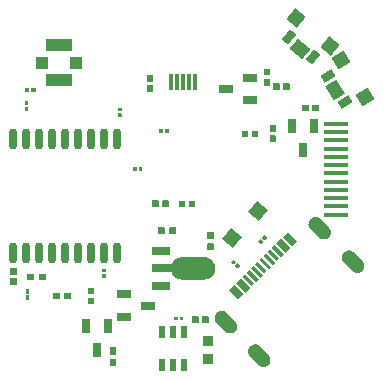
<source format=gbp>
G04 Layer: BottomPasteMaskLayer*
G04 EasyEDA v6.5.22, 2023-02-04 18:08:32*
G04 803b958340a141a7ad8343e076188523,c17a8ced473b4d519dda31697e0e54b6,10*
G04 Gerber Generator version 0.2*
G04 Scale: 100 percent, Rotated: No, Reflected: No *
G04 Dimensions in inches *
G04 leading zeros omitted , absolute positions ,3 integer and 6 decimal *
%FSLAX36Y36*%
%MOIN*%

%AMMACRO1*21,1,$1,$2,0,0,$3*%
%ADD10MACRO1,0.0118X0.0512X0.0000*%
%ADD11MACRO1,0.0276X0.0433X121.9970*%
%ADD12MACRO1,0.0276X0.0433X121.9992*%
%ADD13MACRO1,0.0551X0.0433X122.0006*%
%ADD14MACRO1,0.0453X0.0472X121.9995*%
%ADD15MACRO1,0.0453X0.0472X121.9999*%
%ADD16MACRO1,0.0276X0.0433X139.9988*%
%ADD17MACRO1,0.0276X0.0433X140.0001*%
%ADD18MACRO1,0.0551X0.0433X140.0002*%
%ADD19MACRO1,0.0453X0.0472X140.0005*%
%ADD20MACRO1,0.0866X0.0433X0.0000*%
%ADD21MACRO1,0.0413X0.0394X90.0000*%
%ADD22O,0.027559X0.069803*%
%ADD23MACRO1,0.0315X0.0315X0.0000*%
%ADD24MACRO1,0.0118X0.0787X-90.0000*%
%ADD25MACRO1,0.0492X0.0276X90.0000*%
%ADD26MACRO1,0.0394X0.0217X-90.0000*%
%ADD27MACRO1,0.0492X0.0276X0.0000*%
%ADD28MACRO1,0.0265X0.062X90.0000*%
%ADD29MACRO1,0.0472X0.0472X45.9991*%
%ADD30MACRO1,0.0472X0.0472X46.0008*%
%ADD31C,0.0101*%

%LPD*%
G36*
X357660Y-174720D02*
G01*
X349300Y-183060D01*
X379920Y-213680D01*
X388260Y-205340D01*
G37*
G36*
X343800Y-188580D02*
G01*
X335379Y-197000D01*
X366000Y-227620D01*
X374400Y-219200D01*
G37*
G36*
X329860Y-202520D02*
G01*
X321520Y-210859D01*
X352140Y-241480D01*
X360480Y-233140D01*
G37*
G36*
X315940Y-216439D02*
G01*
X307580Y-224780D01*
X338200Y-255400D01*
X346540Y-247060D01*
G37*
G36*
X302000Y-230380D02*
G01*
X293660Y-238720D01*
X324280Y-269340D01*
X332620Y-261000D01*
G37*
G36*
X288080Y-244300D02*
G01*
X279720Y-252640D01*
X310340Y-283260D01*
X318680Y-274920D01*
G37*
G36*
X274140Y-258240D02*
G01*
X265800Y-266580D01*
X296420Y-297200D01*
X304760Y-288860D01*
G37*
G36*
X260219Y-272160D02*
G01*
X251860Y-280500D01*
X282480Y-311120D01*
X290820Y-302780D01*
G37*
G36*
X402160Y-130140D02*
G01*
X385379Y-146920D01*
X416100Y-177620D01*
X432860Y-160859D01*
G37*
G36*
X379880Y-152420D02*
G01*
X363100Y-169180D01*
X393820Y-199899D01*
X410580Y-183120D01*
G37*
G36*
X246260Y-286020D02*
G01*
X229500Y-302800D01*
X260200Y-333500D01*
X276980Y-316740D01*
G37*
G36*
X224040Y-308260D02*
G01*
X207260Y-325040D01*
X237979Y-355740D01*
X254740Y-338980D01*
G37*
G36*
X293620Y-505360D02*
G01*
X290820Y-505500D01*
X288060Y-505959D01*
X286700Y-506300D01*
X284080Y-507239D01*
X281560Y-508480D01*
X279220Y-510000D01*
X277080Y-511800D01*
X275160Y-513840D01*
X273500Y-516079D01*
X272120Y-518500D01*
X271020Y-521079D01*
X270240Y-523760D01*
X269800Y-526520D01*
X269660Y-529320D01*
X269860Y-532100D01*
X270400Y-534860D01*
X270780Y-536200D01*
X271800Y-538800D01*
X273100Y-541280D01*
X274700Y-543560D01*
X276540Y-545660D01*
X305400Y-574460D01*
X307600Y-576160D01*
X310000Y-577600D01*
X312540Y-578760D01*
X315200Y-579600D01*
X317940Y-580120D01*
X320720Y-580320D01*
X323500Y-580200D01*
X326260Y-579740D01*
X328920Y-578960D01*
X331500Y-577860D01*
X333920Y-576480D01*
X336160Y-574820D01*
X338180Y-572900D01*
X339980Y-570760D01*
X341500Y-568440D01*
X342740Y-565940D01*
X343680Y-563300D01*
X344300Y-560580D01*
X344600Y-557820D01*
X344560Y-555020D01*
X344200Y-552260D01*
X343519Y-549560D01*
X342520Y-546960D01*
X341220Y-544480D01*
X339640Y-542200D01*
X337800Y-540100D01*
X308940Y-511300D01*
X306740Y-509580D01*
X304360Y-508120D01*
X301800Y-506960D01*
X299140Y-506100D01*
X296400Y-505580D01*
G37*
G36*
X182280Y-394080D02*
G01*
X179480Y-394219D01*
X178100Y-394400D01*
X175380Y-395020D01*
X172760Y-395959D01*
X170260Y-397200D01*
X167920Y-398720D01*
X165799Y-400520D01*
X163880Y-402540D01*
X162220Y-404780D01*
X160840Y-407200D01*
X159740Y-409760D01*
X158960Y-412440D01*
X158500Y-415200D01*
X158380Y-417980D01*
X158580Y-420760D01*
X159100Y-423500D01*
X159940Y-426160D01*
X161080Y-428700D01*
X162540Y-431079D01*
X164240Y-433280D01*
X193039Y-462140D01*
X195120Y-464000D01*
X197420Y-465600D01*
X199899Y-466900D01*
X202500Y-467920D01*
X205219Y-468600D01*
X207979Y-468980D01*
X210780Y-469020D01*
X213560Y-468720D01*
X216280Y-468100D01*
X217620Y-467680D01*
X220180Y-466580D01*
X222620Y-465200D01*
X224860Y-463540D01*
X226900Y-461620D01*
X228700Y-459480D01*
X230219Y-457120D01*
X231460Y-454620D01*
X232399Y-451980D01*
X233020Y-449260D01*
X233299Y-446480D01*
X233260Y-443680D01*
X232900Y-440920D01*
X232200Y-438200D01*
X231200Y-435600D01*
X229880Y-433140D01*
X228299Y-430840D01*
X226439Y-428740D01*
X198600Y-400900D01*
X196500Y-399060D01*
X194200Y-397480D01*
X191740Y-396180D01*
X189140Y-395180D01*
X186439Y-394500D01*
X183660Y-394140D01*
G37*
G36*
X606520Y-192460D02*
G01*
X603720Y-192600D01*
X600960Y-193060D01*
X598280Y-193820D01*
X595700Y-194920D01*
X593280Y-196300D01*
X591020Y-197960D01*
X589000Y-199880D01*
X587200Y-202040D01*
X585680Y-204380D01*
X584440Y-206880D01*
X583920Y-208180D01*
X583140Y-210859D01*
X582700Y-213619D01*
X582560Y-216420D01*
X582760Y-219200D01*
X583300Y-221940D01*
X583680Y-223299D01*
X584700Y-225900D01*
X586000Y-228380D01*
X587600Y-230660D01*
X589460Y-232760D01*
X618320Y-261560D01*
X620520Y-263260D01*
X622900Y-264700D01*
X625440Y-265860D01*
X628100Y-266700D01*
X630840Y-267220D01*
X633620Y-267420D01*
X635020Y-267400D01*
X637780Y-267100D01*
X639160Y-266840D01*
X641840Y-266060D01*
X644400Y-264960D01*
X646820Y-263580D01*
X649060Y-261920D01*
X651080Y-260000D01*
X652880Y-257860D01*
X654400Y-255539D01*
X655639Y-253039D01*
X656580Y-250400D01*
X657200Y-247680D01*
X657500Y-244920D01*
X657460Y-242120D01*
X657099Y-239360D01*
X656420Y-236660D01*
X655420Y-234060D01*
X654120Y-231580D01*
X652540Y-229280D01*
X650699Y-227200D01*
X621840Y-198400D01*
X619640Y-196680D01*
X617260Y-195219D01*
X614700Y-194060D01*
X612040Y-193200D01*
X609300Y-192680D01*
X607920Y-192520D01*
G37*
G36*
X495180Y-81180D02*
G01*
X493780Y-81199D01*
X491000Y-81500D01*
X489640Y-81760D01*
X486960Y-82540D01*
X484400Y-83640D01*
X481980Y-85020D01*
X479739Y-86679D01*
X477700Y-88600D01*
X475920Y-90740D01*
X474400Y-93059D01*
X473160Y-95559D01*
X472640Y-96860D01*
X471860Y-99540D01*
X471400Y-102300D01*
X471280Y-105079D01*
X471480Y-107860D01*
X472000Y-110600D01*
X472840Y-113260D01*
X474000Y-115800D01*
X475439Y-118180D01*
X477140Y-120380D01*
X505940Y-149240D01*
X508020Y-151100D01*
X510319Y-152700D01*
X512800Y-154000D01*
X515400Y-155000D01*
X516740Y-155400D01*
X519500Y-155920D01*
X520880Y-156080D01*
X523680Y-156120D01*
X526460Y-155820D01*
X529180Y-155200D01*
X530520Y-154780D01*
X533100Y-153680D01*
X535520Y-152300D01*
X537760Y-150640D01*
X539800Y-148720D01*
X541600Y-146560D01*
X543120Y-144220D01*
X544360Y-141720D01*
X545300Y-139080D01*
X545920Y-136360D01*
X546200Y-133580D01*
X546160Y-130780D01*
X545800Y-128020D01*
X545100Y-125300D01*
X544100Y-122700D01*
X542780Y-120239D01*
X541200Y-117940D01*
X539340Y-115840D01*
X510480Y-87040D01*
X508280Y-85340D01*
X505900Y-83900D01*
X503360Y-82739D01*
X500700Y-81900D01*
X497960Y-81380D01*
G37*
G36*
X135340Y-130100D02*
G01*
X133380Y-132060D01*
X133380Y-150960D01*
X135340Y-153720D01*
X153060Y-153720D01*
X155020Y-150960D01*
X155020Y-132060D01*
X153060Y-130100D01*
G37*
G36*
X135340Y-167880D02*
G01*
X133380Y-170640D01*
X133380Y-189540D01*
X135340Y-191500D01*
X153060Y-191500D01*
X155020Y-189540D01*
X155020Y-170640D01*
X153060Y-167880D01*
G37*
G36*
X-112120Y85700D02*
G01*
X-113059Y84760D01*
X-113059Y73900D01*
X-112120Y72960D01*
X-101720Y72960D01*
X-100760Y73900D01*
X-100760Y84760D01*
X-101720Y85700D01*
G37*
G36*
X-93440Y85700D02*
G01*
X-94400Y84760D01*
X-94400Y73900D01*
X-93440Y72960D01*
X-83040Y72960D01*
X-82100Y73900D01*
X-82100Y84760D01*
X-83040Y85700D01*
G37*
G36*
X342960Y225400D02*
G01*
X341400Y223820D01*
X341400Y204120D01*
X342960Y202540D01*
X361079Y202540D01*
X362660Y204120D01*
X362660Y223820D01*
X361079Y225400D01*
G37*
G36*
X342960Y191920D02*
G01*
X341400Y190340D01*
X341400Y170620D01*
X342960Y169060D01*
X361079Y169060D01*
X362660Y170620D01*
X362660Y190340D01*
X361079Y191920D01*
G37*
G36*
X283420Y206460D02*
G01*
X281840Y204880D01*
X281840Y186780D01*
X283420Y185200D01*
X303120Y185200D01*
X304700Y186780D01*
X304700Y204880D01*
X303120Y206460D01*
G37*
G36*
X249920Y206460D02*
G01*
X248340Y204880D01*
X248340Y186780D01*
X249920Y185200D01*
X269620Y185200D01*
X271200Y186780D01*
X271200Y204880D01*
X269620Y206460D01*
G37*
G36*
X451220Y292660D02*
G01*
X449640Y291080D01*
X449640Y272980D01*
X451220Y271400D01*
X470920Y271400D01*
X472500Y272980D01*
X472500Y291080D01*
X470920Y292660D01*
G37*
G36*
X484720Y292660D02*
G01*
X483140Y291080D01*
X483140Y272980D01*
X484720Y271400D01*
X504420Y271400D01*
X506000Y272980D01*
X506000Y291080D01*
X504420Y292660D01*
G37*
G36*
X-163420Y282800D02*
G01*
X-164360Y281860D01*
X-164360Y271460D01*
X-163420Y270520D01*
X-152540Y270520D01*
X-151600Y271460D01*
X-151600Y281860D01*
X-152540Y282800D01*
G37*
G36*
X-163420Y264140D02*
G01*
X-164360Y263200D01*
X-164360Y252800D01*
X-163420Y251860D01*
X-152540Y251860D01*
X-151600Y252800D01*
X-151600Y263200D01*
X-152540Y264140D01*
G37*
G36*
X-66040Y359520D02*
G01*
X-67600Y357939D01*
X-67600Y338220D01*
X-66040Y336659D01*
X-47920Y336659D01*
X-46360Y338220D01*
X-46360Y357939D01*
X-47920Y359520D01*
G37*
G36*
X-66040Y393000D02*
G01*
X-67600Y391420D01*
X-67600Y371719D01*
X-66040Y370140D01*
X-47920Y370140D01*
X-46360Y371719D01*
X-46360Y391420D01*
X-47920Y393000D01*
G37*
G36*
X-24620Y213100D02*
G01*
X-25560Y212160D01*
X-25560Y201300D01*
X-24620Y200360D01*
X-14220Y200360D01*
X-13260Y201300D01*
X-13260Y212160D01*
X-14220Y213100D01*
G37*
G36*
X-5940Y213100D02*
G01*
X-6899Y212160D01*
X-6899Y201300D01*
X-5940Y200360D01*
X4460Y200360D01*
X5400Y201300D01*
X5400Y212160D01*
X4460Y213100D01*
G37*
G36*
X323560Y413400D02*
G01*
X321980Y411820D01*
X321980Y392120D01*
X323560Y390540D01*
X341680Y390540D01*
X343240Y392120D01*
X343240Y411820D01*
X341680Y413400D01*
G37*
G36*
X323560Y379920D02*
G01*
X321980Y378340D01*
X321980Y358620D01*
X323560Y357060D01*
X341680Y357060D01*
X343240Y358620D01*
X343240Y378340D01*
X341680Y379920D01*
G37*
G36*
X-48660Y-26220D02*
G01*
X-50220Y-27799D01*
X-50220Y-45900D01*
X-48660Y-47480D01*
X-28940Y-47480D01*
X-27360Y-45900D01*
X-27360Y-27799D01*
X-28940Y-26220D01*
G37*
G36*
X-15160Y-26220D02*
G01*
X-16740Y-27799D01*
X-16740Y-45900D01*
X-15160Y-47480D01*
X4540Y-47480D01*
X6120Y-45900D01*
X6120Y-27799D01*
X4540Y-26220D01*
G37*
G36*
X83900Y-412280D02*
G01*
X82320Y-413840D01*
X82320Y-431960D01*
X83900Y-433540D01*
X103600Y-433540D01*
X105180Y-431960D01*
X105180Y-413840D01*
X103600Y-412280D01*
G37*
G36*
X117400Y-412280D02*
G01*
X115820Y-413840D01*
X115820Y-431960D01*
X117400Y-433540D01*
X137100Y-433540D01*
X138680Y-431960D01*
X138680Y-413840D01*
X137100Y-412280D01*
G37*
G36*
X354500Y364219D02*
G01*
X352920Y362660D01*
X352920Y344540D01*
X354500Y342960D01*
X374219Y342960D01*
X375780Y344540D01*
X375780Y362660D01*
X374219Y364219D01*
G37*
G36*
X387980Y364219D02*
G01*
X386420Y362660D01*
X386420Y344540D01*
X387980Y342960D01*
X407700Y342960D01*
X409280Y344540D01*
X409280Y362660D01*
X407700Y364219D01*
G37*
G36*
X-520460Y-251119D02*
G01*
X-522020Y-252700D01*
X-522020Y-272400D01*
X-520460Y-273980D01*
X-502340Y-273980D01*
X-500780Y-272400D01*
X-500780Y-252700D01*
X-502340Y-251119D01*
G37*
G36*
X-520460Y-284620D02*
G01*
X-522020Y-286200D01*
X-522020Y-305900D01*
X-520460Y-307480D01*
X-502340Y-307480D01*
X-500780Y-305900D01*
X-500780Y-286200D01*
X-502340Y-284620D01*
G37*
G36*
X-470540Y-321659D02*
G01*
X-471480Y-322600D01*
X-471480Y-335560D01*
X-470540Y-336520D01*
X-459660Y-336520D01*
X-458720Y-335560D01*
X-458720Y-322600D01*
X-459660Y-321659D01*
G37*
G36*
X-470540Y-342879D02*
G01*
X-471480Y-343840D01*
X-471480Y-356800D01*
X-470540Y-357740D01*
X-459660Y-357740D01*
X-458720Y-356800D01*
X-458720Y-343840D01*
X-459660Y-342879D01*
G37*
G36*
X-452260Y348579D02*
G01*
X-453220Y347640D01*
X-453220Y336760D01*
X-452260Y335820D01*
X-439300Y335820D01*
X-438360Y336760D01*
X-438360Y347640D01*
X-439300Y348579D01*
G37*
G36*
X-473500Y348579D02*
G01*
X-474440Y347640D01*
X-474440Y336760D01*
X-473500Y335820D01*
X-460540Y335820D01*
X-459580Y336760D01*
X-459580Y347640D01*
X-460540Y348579D01*
G37*
G36*
X-214940Y-253120D02*
G01*
X-215880Y-254060D01*
X-215880Y-264460D01*
X-214940Y-265420D01*
X-204060Y-265420D01*
X-203120Y-264460D01*
X-203120Y-254060D01*
X-204060Y-253120D01*
G37*
G36*
X-214940Y-271780D02*
G01*
X-215880Y-272740D01*
X-215880Y-283140D01*
X-214940Y-284080D01*
X-204060Y-284080D01*
X-203120Y-283140D01*
X-203120Y-272740D01*
X-204060Y-271780D01*
G37*
G36*
X324260Y-141020D02*
G01*
X316920Y-148360D01*
X316920Y-149700D01*
X324600Y-157380D01*
X325940Y-157380D01*
X333280Y-150040D01*
X333280Y-148700D01*
X325600Y-141020D01*
G37*
G36*
X311060Y-154220D02*
G01*
X303720Y-161560D01*
X303720Y-162900D01*
X311400Y-170580D01*
X312740Y-170580D01*
X320080Y-163240D01*
X320080Y-161900D01*
X312400Y-154220D01*
G37*
G36*
X221100Y-223020D02*
G01*
X213420Y-230700D01*
X213420Y-232040D01*
X220760Y-239380D01*
X222100Y-239380D01*
X229780Y-231700D01*
X229780Y-230360D01*
X222440Y-223020D01*
G37*
G36*
X234300Y-236220D02*
G01*
X226620Y-243900D01*
X226620Y-245240D01*
X233960Y-252580D01*
X235300Y-252580D01*
X242979Y-244899D01*
X242979Y-243560D01*
X235640Y-236220D01*
G37*
G36*
X39640Y-27020D02*
G01*
X38080Y-28600D01*
X38080Y-46700D01*
X39640Y-48280D01*
X59360Y-48280D01*
X60940Y-46700D01*
X60940Y-28600D01*
X59360Y-27020D01*
G37*
G36*
X73140Y-27020D02*
G01*
X71560Y-28600D01*
X71560Y-46700D01*
X73140Y-48280D01*
X92840Y-48280D01*
X94420Y-46700D01*
X94420Y-28600D01*
X92840Y-27020D01*
G37*
G36*
X24360Y-413220D02*
G01*
X23420Y-414159D01*
X23420Y-425040D01*
X24360Y-425980D01*
X34760Y-425980D01*
X35720Y-425040D01*
X35720Y-414159D01*
X34760Y-413220D01*
G37*
G36*
X43040Y-413220D02*
G01*
X42080Y-414159D01*
X42080Y-425040D01*
X43040Y-425980D01*
X53440Y-425980D01*
X54380Y-425040D01*
X54380Y-414159D01*
X53440Y-413220D01*
G37*
G36*
X-29340Y-116180D02*
G01*
X-31320Y-118140D01*
X-31320Y-135860D01*
X-29340Y-137820D01*
X-10440Y-137820D01*
X-7680Y-135860D01*
X-7680Y-118140D01*
X-10440Y-116180D01*
G37*
G36*
X9240Y-116180D02*
G01*
X6480Y-118140D01*
X6480Y-135860D01*
X9240Y-137820D01*
X28140Y-137820D01*
X30099Y-135860D01*
X30099Y-118140D01*
X28140Y-116180D01*
G37*
G36*
X-189160Y-553780D02*
G01*
X-191119Y-556540D01*
X-191119Y-575440D01*
X-189160Y-577400D01*
X-171439Y-577400D01*
X-169480Y-575440D01*
X-169480Y-556540D01*
X-171439Y-553780D01*
G37*
G36*
X-189160Y-516000D02*
G01*
X-191119Y-517960D01*
X-191119Y-536860D01*
X-189160Y-539620D01*
X-171439Y-539620D01*
X-169480Y-536860D01*
X-169480Y-517960D01*
X-171439Y-516000D01*
G37*
G36*
X-473940Y306540D02*
G01*
X-474880Y305600D01*
X-474880Y292640D01*
X-473940Y291680D01*
X-463060Y291680D01*
X-462120Y292640D01*
X-462120Y305600D01*
X-463060Y306540D01*
G37*
G36*
X-473940Y285320D02*
G01*
X-474880Y284360D01*
X-474880Y271400D01*
X-473940Y270460D01*
X-463060Y270460D01*
X-462120Y271400D01*
X-462120Y284360D01*
X-463060Y285320D01*
G37*
G36*
X-425460Y-270880D02*
G01*
X-428220Y-272840D01*
X-428220Y-290560D01*
X-425460Y-292520D01*
X-406560Y-292520D01*
X-404580Y-290560D01*
X-404580Y-272840D01*
X-406560Y-270880D01*
G37*
G36*
X-464040Y-270880D02*
G01*
X-466000Y-272840D01*
X-466000Y-290560D01*
X-464040Y-292520D01*
X-445140Y-292520D01*
X-442380Y-290560D01*
X-442380Y-272840D01*
X-445140Y-270880D01*
G37*
G36*
X-378940Y-333380D02*
G01*
X-380920Y-335340D01*
X-380920Y-353060D01*
X-378940Y-355020D01*
X-360040Y-355020D01*
X-357280Y-353060D01*
X-357280Y-335340D01*
X-360040Y-333380D01*
G37*
G36*
X-340360Y-333380D02*
G01*
X-343120Y-335340D01*
X-343120Y-353060D01*
X-340360Y-355020D01*
X-321460Y-355020D01*
X-319500Y-353060D01*
X-319500Y-335340D01*
X-321460Y-333380D01*
G37*
G36*
X-261660Y-349920D02*
G01*
X-263240Y-351500D01*
X-263240Y-371200D01*
X-261660Y-372780D01*
X-243540Y-372780D01*
X-241980Y-371200D01*
X-241980Y-351500D01*
X-243540Y-349920D01*
G37*
G36*
X-261660Y-316420D02*
G01*
X-263240Y-318000D01*
X-263240Y-337720D01*
X-261660Y-339280D01*
X-243540Y-339280D01*
X-241980Y-337720D01*
X-241980Y-318000D01*
X-243540Y-316420D01*
G37*
D10*
G01*
X91599Y369400D03*
G01*
X71599Y369400D03*
G01*
X31599Y369400D03*
G01*
X11599Y369400D03*
G01*
X51599Y369400D03*
D11*
G01*
X592104Y300913D03*
D12*
G01*
X536818Y389392D03*
D13*
G01*
X559453Y342024D03*
D14*
G01*
X658147Y317810D03*
D15*
G01*
X580954Y441344D03*
D16*
G01*
X485282Y451251D03*
D17*
G01*
X405361Y518313D03*
D18*
G01*
X441525Y480258D03*
D19*
G01*
X542872Y487728D03*
G01*
X431283Y581362D03*
D20*
G01*
X-361276Y374623D03*
D21*
G01*
X-305178Y433679D03*
D20*
G01*
X-361276Y492734D03*
D21*
G01*
X-417380Y433679D03*
D22*
G01*
X-166250Y-201010D03*
G01*
X-209560Y-201010D03*
G01*
X-252870Y-201010D03*
G01*
X-296170Y-201010D03*
G01*
X-339480Y-201010D03*
G01*
X-382789Y-201010D03*
G01*
X-426090Y-201010D03*
G01*
X-469399Y-201010D03*
G01*
X-512709Y-201010D03*
G01*
X-512709Y177849D03*
G01*
X-469399Y177849D03*
G01*
X-426090Y177849D03*
G01*
X-382789Y177849D03*
G01*
X-339480Y177849D03*
G01*
X-296170Y177849D03*
G01*
X-252870Y177849D03*
G01*
X-209560Y177849D03*
G01*
X-166250Y177849D03*
D23*
G01*
X135790Y-556022D03*
G01*
X136066Y-493069D03*
D24*
G01*
X561500Y229634D03*
G01*
X561500Y202074D03*
G01*
X561500Y146954D03*
G01*
X561500Y174514D03*
G01*
X561500Y119394D03*
G01*
X561500Y91834D03*
G01*
X561500Y-73515D03*
G01*
X561500Y64274D03*
G01*
X561500Y36714D03*
G01*
X561500Y9164D03*
G01*
X561500Y-18395D03*
G01*
X561500Y-45955D03*
D25*
G01*
X415799Y220669D03*
G01*
X490599Y220669D03*
G01*
X453199Y141929D03*
D26*
G01*
X-17703Y-575118D03*
G01*
X19697Y-575118D03*
G01*
X57097Y-575118D03*
G01*
X57097Y-464879D03*
G01*
X19697Y-464879D03*
G01*
X-17703Y-464879D03*
D27*
G01*
X276469Y382099D03*
G01*
X276469Y307300D03*
G01*
X197730Y344700D03*
D28*
G01*
X-20198Y-311350D03*
G01*
X-20198Y-193240D03*
G36*
X123090Y-214905D02*
G01*
X50090Y-214905D01*
X48337Y-214947D01*
X46588Y-215070D01*
X44845Y-215275D01*
X43115Y-215561D01*
X41400Y-215929D01*
X39705Y-216376D01*
X38033Y-216902D01*
X36387Y-217505D01*
X34771Y-218187D01*
X33188Y-218941D01*
X31643Y-219771D01*
X30137Y-220672D01*
X28676Y-221641D01*
X27263Y-222679D01*
X25900Y-223780D01*
X24588Y-224947D01*
X23334Y-226172D01*
X22138Y-227454D01*
X21005Y-228792D01*
X19935Y-230181D01*
X18931Y-231619D01*
X17996Y-233102D01*
X17130Y-234628D01*
X16337Y-236192D01*
X15619Y-239314D01*
X-51203Y-239314D01*
X-51203Y-265298D01*
X15619Y-265298D01*
X16337Y-268421D01*
X17130Y-269986D01*
X17996Y-271512D01*
X18931Y-272995D01*
X19935Y-274433D01*
X21005Y-275822D01*
X22138Y-277159D01*
X23334Y-278442D01*
X24588Y-279667D01*
X25900Y-280833D01*
X27263Y-281935D01*
X28676Y-282972D01*
X30137Y-283941D01*
X31643Y-284843D01*
X33188Y-285672D01*
X34771Y-286427D01*
X36387Y-287108D01*
X38033Y-287712D01*
X39705Y-288238D01*
X41400Y-288685D01*
X43115Y-289053D01*
X44845Y-289339D01*
X46588Y-289544D01*
X48337Y-289667D01*
X50090Y-289709D01*
X123090Y-289709D01*
X124843Y-289667D01*
X126592Y-289544D01*
X128334Y-289339D01*
X130064Y-289053D01*
X131778Y-288685D01*
X133473Y-288238D01*
X135146Y-287712D01*
X136792Y-287108D01*
X138409Y-286427D01*
X139992Y-285672D01*
X141536Y-284843D01*
X143042Y-283941D01*
X144503Y-282972D01*
X145916Y-281935D01*
X147280Y-280833D01*
X148590Y-279667D01*
X149845Y-278442D01*
X151041Y-277159D01*
X152174Y-275822D01*
X153244Y-274433D01*
X154248Y-272995D01*
X155183Y-271512D01*
X156049Y-269986D01*
X156841Y-268421D01*
X157560Y-266822D01*
X158203Y-265190D01*
X158768Y-263531D01*
X159255Y-261846D01*
X159661Y-260140D01*
X159988Y-258418D01*
X160235Y-256680D01*
X160398Y-254935D01*
X160480Y-253184D01*
X160480Y-251430D01*
X160398Y-249679D01*
X160235Y-247933D01*
X159988Y-246195D01*
X159661Y-244474D01*
X159255Y-242768D01*
X158768Y-241083D01*
X158203Y-239422D01*
X157560Y-237792D01*
X156841Y-236192D01*
X156049Y-234628D01*
X155183Y-233102D01*
X154248Y-231619D01*
X153244Y-230181D01*
X152174Y-228792D01*
X151041Y-227454D01*
X149845Y-226172D01*
X148590Y-224947D01*
X147280Y-223780D01*
X145916Y-222679D01*
X144503Y-221641D01*
X143042Y-220672D01*
X141536Y-219771D01*
X139992Y-218941D01*
X138409Y-218187D01*
X136792Y-217505D01*
X135146Y-216902D01*
X133473Y-216376D01*
X131778Y-215929D01*
X130064Y-215561D01*
X128334Y-215275D01*
X126592Y-215070D01*
X124843Y-214947D01*
G37*
D25*
G01*
X-270099Y-445730D03*
G01*
X-195300Y-445730D03*
G01*
X-232700Y-524470D03*
D27*
G01*
X-142369Y-414000D03*
G01*
X-142369Y-339200D03*
G01*
X-63629Y-376600D03*
D29*
G01*
X303458Y-60888D03*
D30*
G01*
X215943Y-151514D03*
M02*

</source>
